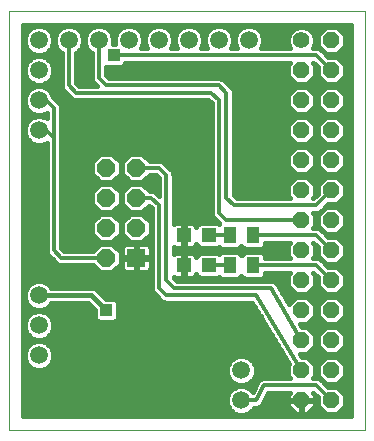
<source format=gtl>
G75*
%MOIN*%
%OFA0B0*%
%FSLAX24Y24*%
%IPPOS*%
%LPD*%
%AMOC8*
5,1,8,0,0,1.08239X$1,22.5*
%
%ADD10C,0.0000*%
%ADD11R,0.0472X0.0472*%
%ADD12R,0.0600X0.0600*%
%ADD13OC8,0.0600*%
%ADD14R,0.0433X0.0551*%
%ADD15C,0.0560*%
%ADD16OC8,0.0560*%
%ADD17C,0.0160*%
%ADD18C,0.0591*%
%ADD19C,0.0120*%
%ADD20R,0.0396X0.0396*%
D10*
X000930Y000680D02*
X000930Y014676D01*
X012800Y014676D01*
X012800Y000680D01*
X000930Y000680D01*
D11*
X006767Y006180D03*
X007593Y006180D03*
X007593Y007180D03*
X006767Y007180D03*
D12*
X005180Y006430D03*
D13*
X005180Y007430D03*
X005180Y008430D03*
X005180Y009430D03*
X004180Y009430D03*
X004180Y008430D03*
X004180Y007430D03*
X004180Y006430D03*
D14*
X008286Y006180D03*
X009074Y006180D03*
X009074Y007180D03*
X008286Y007180D03*
D15*
X010680Y013680D03*
D16*
X010680Y012680D03*
X010680Y011680D03*
X010680Y010680D03*
X010680Y009680D03*
X010680Y008680D03*
X010680Y007680D03*
X010680Y006680D03*
X010680Y005680D03*
X010680Y004680D03*
X010680Y003680D03*
X010680Y002680D03*
X010680Y001680D03*
X011680Y001680D03*
X011680Y002680D03*
X011680Y003680D03*
X011680Y004680D03*
X011680Y005680D03*
X011680Y006680D03*
X011680Y007680D03*
X011680Y008680D03*
X011680Y009680D03*
X011680Y010680D03*
X011680Y011680D03*
X011680Y012680D03*
X011680Y013680D03*
D17*
X011343Y013994D02*
X011017Y013994D01*
X011070Y013941D02*
X010941Y014070D01*
X010771Y014140D01*
X010588Y014140D01*
X010419Y014070D01*
X010290Y013941D01*
X010220Y013771D01*
X010220Y013588D01*
X010290Y013420D01*
X009337Y013420D01*
X009405Y013585D01*
X009405Y013775D01*
X009333Y013949D01*
X009199Y014083D01*
X009025Y014155D01*
X008835Y014155D01*
X008661Y014083D01*
X008527Y013949D01*
X008455Y013775D01*
X008455Y013585D01*
X008523Y013420D01*
X008337Y013420D01*
X008405Y013585D01*
X008405Y013775D01*
X008333Y013949D01*
X008199Y014083D01*
X008025Y014155D01*
X007835Y014155D01*
X007661Y014083D01*
X007527Y013949D01*
X007455Y013775D01*
X007455Y013585D01*
X007523Y013420D01*
X007337Y013420D01*
X007405Y013585D01*
X007405Y013775D01*
X007333Y013949D01*
X007199Y014083D01*
X007025Y014155D01*
X006835Y014155D01*
X006661Y014083D01*
X006527Y013949D01*
X006455Y013775D01*
X006455Y013585D01*
X006523Y013420D01*
X006337Y013420D01*
X006405Y013585D01*
X006405Y013775D01*
X006333Y013949D01*
X006199Y014083D01*
X006025Y014155D01*
X005835Y014155D01*
X005661Y014083D01*
X005527Y013949D01*
X005455Y013775D01*
X005455Y013585D01*
X005523Y013420D01*
X005337Y013420D01*
X005405Y013585D01*
X005405Y013775D01*
X005333Y013949D01*
X005199Y014083D01*
X005025Y014155D01*
X004835Y014155D01*
X004661Y014083D01*
X004527Y013949D01*
X004455Y013775D01*
X004455Y013585D01*
X004466Y013558D01*
X004394Y013558D01*
X004405Y013585D01*
X004405Y013775D01*
X004333Y013949D01*
X004199Y014083D01*
X004025Y014155D01*
X003835Y014155D01*
X003661Y014083D01*
X003527Y013949D01*
X003455Y013775D01*
X003455Y013585D01*
X003527Y013411D01*
X003661Y013277D01*
X003690Y013265D01*
X003690Y012382D01*
X003727Y012294D01*
X003794Y012227D01*
X003851Y012170D01*
X003279Y012170D01*
X003170Y012279D01*
X003170Y013265D01*
X003199Y013277D01*
X003333Y013411D01*
X003405Y013585D01*
X003405Y013775D01*
X003333Y013949D01*
X003199Y014083D01*
X003025Y014155D01*
X002835Y014155D01*
X002661Y014083D01*
X002527Y013949D01*
X002455Y013775D01*
X002455Y013585D01*
X002527Y013411D01*
X002661Y013277D01*
X002690Y013265D01*
X002690Y012132D01*
X002727Y012044D01*
X002794Y011977D01*
X003044Y011727D01*
X003132Y011690D01*
X007581Y011690D01*
X007690Y011581D01*
X007690Y007882D01*
X007727Y007794D01*
X007794Y007727D01*
X007940Y007580D01*
X007930Y007570D01*
X007904Y007596D01*
X007283Y007596D01*
X007177Y007491D01*
X007177Y007461D01*
X007171Y007486D01*
X007147Y007527D01*
X007113Y007560D01*
X007072Y007584D01*
X007027Y007596D01*
X006805Y007596D01*
X006805Y007218D01*
X006729Y007218D01*
X006729Y007596D01*
X006507Y007596D01*
X006461Y007584D01*
X006420Y007560D01*
X006420Y009228D01*
X006383Y009316D01*
X006133Y009566D01*
X006066Y009633D01*
X005978Y009670D01*
X005619Y009670D01*
X005379Y009910D01*
X004981Y009910D01*
X004700Y009629D01*
X004700Y009231D01*
X004981Y008950D01*
X005379Y008950D01*
X005619Y009190D01*
X005831Y009190D01*
X005940Y009081D01*
X005940Y008509D01*
X005816Y008633D01*
X005728Y008670D01*
X005619Y008670D01*
X005379Y008910D01*
X004981Y008910D01*
X004700Y008629D01*
X004700Y008231D01*
X004981Y007950D01*
X005379Y007950D01*
X005600Y008171D01*
X005690Y008081D01*
X005690Y005382D01*
X005727Y005294D01*
X005977Y005044D01*
X006044Y004977D01*
X006132Y004940D01*
X009044Y004940D01*
X010261Y002912D01*
X010220Y002871D01*
X010220Y002489D01*
X010289Y002420D01*
X009439Y002420D01*
X009399Y002423D01*
X009391Y002420D01*
X009382Y002420D01*
X009346Y002405D01*
X009309Y002393D01*
X009302Y002387D01*
X009294Y002383D01*
X009266Y002356D01*
X009237Y002330D01*
X009233Y002322D01*
X009227Y002316D01*
X009212Y002280D01*
X009058Y001974D01*
X008949Y002083D01*
X008775Y002155D01*
X008585Y002155D01*
X008411Y002083D01*
X008277Y001949D01*
X008205Y001775D01*
X008205Y001585D01*
X008277Y001411D01*
X008411Y001277D01*
X008585Y001205D01*
X008775Y001205D01*
X008949Y001277D01*
X009083Y001411D01*
X009095Y001440D01*
X009171Y001440D01*
X009211Y001437D01*
X009219Y001440D01*
X009228Y001440D01*
X009264Y001455D01*
X009301Y001467D01*
X009308Y001473D01*
X009316Y001477D01*
X009344Y001504D01*
X009373Y001530D01*
X009377Y001538D01*
X009383Y001544D01*
X009398Y001580D01*
X009578Y001940D01*
X010289Y001940D01*
X010220Y001871D01*
X010220Y001690D01*
X010670Y001690D01*
X010670Y001670D01*
X010220Y001670D01*
X010220Y001489D01*
X010489Y001220D01*
X010670Y001220D01*
X010670Y001670D01*
X010690Y001670D01*
X010690Y001690D01*
X011140Y001690D01*
X011140Y001871D01*
X011071Y001940D01*
X011081Y001940D01*
X011220Y001801D01*
X011220Y001489D01*
X011489Y001220D01*
X011871Y001220D01*
X012140Y001489D01*
X012140Y001871D01*
X011871Y002140D01*
X011559Y002140D01*
X011383Y002316D01*
X011316Y002383D01*
X011228Y002420D01*
X011071Y002420D01*
X011140Y002489D01*
X011140Y002871D01*
X010871Y003140D01*
X010684Y003140D01*
X010636Y003220D01*
X010871Y003220D01*
X011140Y003489D01*
X011140Y003871D01*
X010871Y004140D01*
X010694Y004140D01*
X010648Y004220D01*
X010871Y004220D01*
X011140Y004489D01*
X011140Y004871D01*
X010871Y005140D01*
X010489Y005140D01*
X010256Y004906D01*
X009896Y005536D01*
X009883Y005566D01*
X009872Y005577D01*
X009865Y005591D01*
X009839Y005610D01*
X009816Y005633D01*
X009802Y005639D01*
X009789Y005649D01*
X009758Y005658D01*
X009728Y005670D01*
X009712Y005670D01*
X009697Y005674D01*
X009665Y005670D01*
X006529Y005670D01*
X006420Y005779D01*
X006420Y005800D01*
X006461Y005776D01*
X006507Y005764D01*
X006729Y005764D01*
X006729Y006142D01*
X006805Y006142D01*
X006805Y005764D01*
X007027Y005764D01*
X007072Y005776D01*
X007113Y005800D01*
X007147Y005833D01*
X007171Y005874D01*
X007177Y005899D01*
X007177Y005869D01*
X007283Y005764D01*
X007904Y005764D01*
X007930Y005790D01*
X007995Y005724D01*
X008577Y005724D01*
X008680Y005827D01*
X008783Y005724D01*
X009365Y005724D01*
X009470Y005830D01*
X009470Y005940D01*
X010289Y005940D01*
X010220Y005871D01*
X010220Y005489D01*
X010489Y005220D01*
X010871Y005220D01*
X011140Y005489D01*
X011140Y005871D01*
X011071Y005940D01*
X011081Y005940D01*
X011220Y005801D01*
X011220Y005489D01*
X011489Y005220D01*
X011871Y005220D01*
X012140Y005489D01*
X012140Y005871D01*
X011871Y006140D01*
X011559Y006140D01*
X011383Y006316D01*
X011316Y006383D01*
X011228Y006420D01*
X011071Y006420D01*
X011140Y006489D01*
X011140Y006871D01*
X011071Y006940D01*
X011081Y006940D01*
X011220Y006801D01*
X011220Y006489D01*
X011489Y006220D01*
X011871Y006220D01*
X012140Y006489D01*
X012140Y006871D01*
X011871Y007140D01*
X011559Y007140D01*
X011383Y007316D01*
X011316Y007383D01*
X011228Y007420D01*
X011071Y007420D01*
X011140Y007489D01*
X011140Y007871D01*
X011071Y007940D01*
X011228Y007940D01*
X011316Y007977D01*
X011383Y008044D01*
X011559Y008220D01*
X011871Y008220D01*
X012140Y008489D01*
X012140Y008871D01*
X011871Y009140D01*
X011489Y009140D01*
X011220Y008871D01*
X011220Y008559D01*
X011081Y008420D01*
X011071Y008420D01*
X011140Y008489D01*
X011140Y008871D01*
X010871Y009140D01*
X010489Y009140D01*
X010220Y008871D01*
X010220Y008489D01*
X010289Y008420D01*
X008529Y008420D01*
X008420Y008529D01*
X008420Y011978D01*
X008383Y012066D01*
X008133Y012316D01*
X008066Y012383D01*
X007978Y012420D01*
X004279Y012420D01*
X004170Y012529D01*
X004170Y012802D01*
X004703Y012802D01*
X004808Y012907D01*
X004808Y012940D01*
X010289Y012940D01*
X010220Y012871D01*
X010220Y012489D01*
X010489Y012220D01*
X010871Y012220D01*
X011140Y012489D01*
X011140Y012871D01*
X011071Y012940D01*
X011081Y012940D01*
X011220Y012801D01*
X011220Y012489D01*
X011489Y012220D01*
X011871Y012220D01*
X012140Y012489D01*
X012140Y012871D01*
X011871Y013140D01*
X011559Y013140D01*
X011383Y013316D01*
X011316Y013383D01*
X011228Y013420D01*
X011070Y013420D01*
X011140Y013588D01*
X011140Y013771D01*
X011070Y013941D01*
X011113Y013836D02*
X011220Y013836D01*
X011220Y013871D02*
X011220Y013489D01*
X011489Y013220D01*
X011871Y013220D01*
X012140Y013489D01*
X012140Y013871D01*
X011871Y014140D01*
X011489Y014140D01*
X011220Y013871D01*
X011220Y013677D02*
X011140Y013677D01*
X011111Y013519D02*
X011220Y013519D01*
X011339Y013360D02*
X011349Y013360D01*
X011498Y013202D02*
X012320Y013202D01*
X012320Y013360D02*
X012011Y013360D01*
X012140Y013519D02*
X012320Y013519D01*
X012320Y013677D02*
X012140Y013677D01*
X012140Y013836D02*
X012320Y013836D01*
X012320Y013994D02*
X012017Y013994D01*
X012320Y014153D02*
X009031Y014153D01*
X008829Y014153D02*
X008031Y014153D01*
X008288Y013994D02*
X008572Y013994D01*
X008480Y013836D02*
X008380Y013836D01*
X008405Y013677D02*
X008455Y013677D01*
X008482Y013519D02*
X008378Y013519D01*
X007829Y014153D02*
X007031Y014153D01*
X006829Y014153D02*
X006031Y014153D01*
X005829Y014153D02*
X005031Y014153D01*
X004829Y014153D02*
X004031Y014153D01*
X003829Y014153D02*
X003031Y014153D01*
X002829Y014153D02*
X002031Y014153D01*
X002025Y014155D02*
X001835Y014155D01*
X001661Y014083D01*
X001527Y013949D01*
X001455Y013775D01*
X001455Y013585D01*
X001527Y013411D01*
X001661Y013277D01*
X001835Y013205D01*
X002025Y013205D01*
X002199Y013277D01*
X002333Y013411D01*
X002405Y013585D01*
X002405Y013775D01*
X002333Y013949D01*
X002199Y014083D01*
X002025Y014155D01*
X001829Y014153D02*
X001410Y014153D01*
X001410Y014196D02*
X012320Y014196D01*
X012320Y001160D01*
X001410Y001160D01*
X001410Y014196D01*
X001410Y013994D02*
X001572Y013994D01*
X001480Y013836D02*
X001410Y013836D01*
X001410Y013677D02*
X001455Y013677D01*
X001482Y013519D02*
X001410Y013519D01*
X001410Y013360D02*
X001578Y013360D01*
X001410Y013202D02*
X002690Y013202D01*
X002690Y013043D02*
X002239Y013043D01*
X002199Y013083D02*
X002025Y013155D01*
X001835Y013155D01*
X001661Y013083D01*
X001527Y012949D01*
X001455Y012775D01*
X001455Y012585D01*
X001527Y012411D01*
X001661Y012277D01*
X001835Y012205D01*
X002025Y012205D01*
X002199Y012277D01*
X002333Y012411D01*
X002405Y012585D01*
X002405Y012775D01*
X002333Y012949D01*
X002199Y013083D01*
X002282Y013360D02*
X002578Y013360D01*
X002482Y013519D02*
X002378Y013519D01*
X002405Y013677D02*
X002455Y013677D01*
X002480Y013836D02*
X002380Y013836D01*
X002288Y013994D02*
X002572Y013994D01*
X003288Y013994D02*
X003572Y013994D01*
X003480Y013836D02*
X003380Y013836D01*
X003405Y013677D02*
X003455Y013677D01*
X003482Y013519D02*
X003378Y013519D01*
X003282Y013360D02*
X003578Y013360D01*
X003690Y013202D02*
X003170Y013202D01*
X003170Y013043D02*
X003690Y013043D01*
X003690Y012885D02*
X003170Y012885D01*
X003170Y012726D02*
X003690Y012726D01*
X003690Y012568D02*
X003170Y012568D01*
X003170Y012409D02*
X003690Y012409D01*
X003770Y012251D02*
X003199Y012251D01*
X002837Y011934D02*
X002339Y011934D01*
X002333Y011949D02*
X002199Y012083D01*
X002025Y012155D01*
X001835Y012155D01*
X001661Y012083D01*
X001527Y011949D01*
X001455Y011775D01*
X001410Y011775D01*
X001455Y011775D02*
X001455Y011585D01*
X001527Y011411D01*
X001661Y011277D01*
X001835Y011205D01*
X002025Y011205D01*
X002190Y011273D01*
X002190Y011087D01*
X002025Y011155D01*
X001835Y011155D01*
X001661Y011083D01*
X001527Y010949D01*
X001455Y010775D01*
X001455Y010585D01*
X001527Y010411D01*
X001661Y010277D01*
X001835Y010205D01*
X002025Y010205D01*
X002190Y010273D01*
X002190Y006632D01*
X002227Y006544D01*
X002294Y006477D01*
X002544Y006227D01*
X002632Y006190D01*
X003741Y006190D01*
X003981Y005950D01*
X004379Y005950D01*
X004660Y006231D01*
X004660Y006629D01*
X004379Y006910D01*
X003981Y006910D01*
X003741Y006670D01*
X002779Y006670D01*
X002670Y006779D01*
X002670Y011478D01*
X002633Y011566D01*
X002391Y011808D01*
X002333Y011949D01*
X002424Y011775D02*
X002996Y011775D01*
X002707Y012092D02*
X002177Y012092D01*
X002135Y012251D02*
X002690Y012251D01*
X002690Y012409D02*
X002331Y012409D01*
X002398Y012568D02*
X002690Y012568D01*
X002690Y012726D02*
X002405Y012726D01*
X002360Y012885D02*
X002690Y012885D01*
X001725Y012251D02*
X001410Y012251D01*
X001410Y012409D02*
X001529Y012409D01*
X001462Y012568D02*
X001410Y012568D01*
X001410Y012726D02*
X001455Y012726D01*
X001410Y012885D02*
X001500Y012885D01*
X001410Y013043D02*
X001621Y013043D01*
X001683Y012092D02*
X001410Y012092D01*
X001410Y011934D02*
X001521Y011934D01*
X001455Y011617D02*
X001410Y011617D01*
X001410Y011458D02*
X001508Y011458D01*
X001410Y011300D02*
X001638Y011300D01*
X001801Y011141D02*
X001410Y011141D01*
X001410Y010983D02*
X001560Y010983D01*
X001475Y010824D02*
X001410Y010824D01*
X001410Y010666D02*
X001455Y010666D01*
X001487Y010507D02*
X001410Y010507D01*
X001410Y010349D02*
X001589Y010349D01*
X001410Y010190D02*
X002190Y010190D01*
X002190Y010032D02*
X001410Y010032D01*
X001410Y009873D02*
X002190Y009873D01*
X002190Y009715D02*
X001410Y009715D01*
X001410Y009556D02*
X002190Y009556D01*
X002190Y009398D02*
X001410Y009398D01*
X001410Y009239D02*
X002190Y009239D01*
X002190Y009081D02*
X001410Y009081D01*
X001410Y008922D02*
X002190Y008922D01*
X002190Y008764D02*
X001410Y008764D01*
X001410Y008605D02*
X002190Y008605D01*
X002190Y008447D02*
X001410Y008447D01*
X001410Y008288D02*
X002190Y008288D01*
X002190Y008130D02*
X001410Y008130D01*
X001410Y007971D02*
X002190Y007971D01*
X002190Y007813D02*
X001410Y007813D01*
X001410Y007654D02*
X002190Y007654D01*
X002190Y007496D02*
X001410Y007496D01*
X001410Y007337D02*
X002190Y007337D01*
X002190Y007179D02*
X001410Y007179D01*
X001410Y007020D02*
X002190Y007020D01*
X002190Y006862D02*
X001410Y006862D01*
X001410Y006703D02*
X002190Y006703D01*
X002226Y006545D02*
X001410Y006545D01*
X001410Y006386D02*
X002385Y006386D01*
X002543Y006228D02*
X001410Y006228D01*
X001410Y006069D02*
X003862Y006069D01*
X003774Y006703D02*
X002746Y006703D01*
X002670Y006862D02*
X003933Y006862D01*
X003981Y006950D02*
X004379Y006950D01*
X004660Y007231D01*
X004660Y007629D01*
X004379Y007910D01*
X003981Y007910D01*
X003700Y007629D01*
X003700Y007231D01*
X003981Y006950D01*
X003911Y007020D02*
X002670Y007020D01*
X002670Y007179D02*
X003753Y007179D01*
X003700Y007337D02*
X002670Y007337D01*
X002670Y007496D02*
X003700Y007496D01*
X003725Y007654D02*
X002670Y007654D01*
X002670Y007813D02*
X003884Y007813D01*
X003981Y007950D02*
X004379Y007950D01*
X004660Y008231D01*
X004660Y008629D01*
X004379Y008910D01*
X003981Y008910D01*
X003700Y008629D01*
X003700Y008231D01*
X003981Y007950D01*
X003960Y007971D02*
X002670Y007971D01*
X002670Y008130D02*
X003802Y008130D01*
X003700Y008288D02*
X002670Y008288D01*
X002670Y008447D02*
X003700Y008447D01*
X003700Y008605D02*
X002670Y008605D01*
X002670Y008764D02*
X003835Y008764D01*
X003981Y008950D02*
X004379Y008950D01*
X004660Y009231D01*
X004660Y009629D01*
X004379Y009910D01*
X003981Y009910D01*
X003700Y009629D01*
X003700Y009231D01*
X003981Y008950D01*
X003851Y009081D02*
X002670Y009081D01*
X002670Y009239D02*
X003700Y009239D01*
X003700Y009398D02*
X002670Y009398D01*
X002670Y009556D02*
X003700Y009556D01*
X003786Y009715D02*
X002670Y009715D01*
X002670Y009873D02*
X003944Y009873D01*
X004416Y009873D02*
X004944Y009873D01*
X004786Y009715D02*
X004574Y009715D01*
X004660Y009556D02*
X004700Y009556D01*
X004700Y009398D02*
X004660Y009398D01*
X004660Y009239D02*
X004700Y009239D01*
X004851Y009081D02*
X004509Y009081D01*
X004525Y008764D02*
X004835Y008764D01*
X004700Y008605D02*
X004660Y008605D01*
X004660Y008447D02*
X004700Y008447D01*
X004700Y008288D02*
X004660Y008288D01*
X004558Y008130D02*
X004802Y008130D01*
X004960Y007971D02*
X004400Y007971D01*
X004476Y007813D02*
X004884Y007813D01*
X004981Y007910D02*
X004700Y007629D01*
X004700Y007231D01*
X004981Y006950D01*
X005379Y006950D01*
X005660Y007231D01*
X005660Y007629D01*
X005379Y007910D01*
X004981Y007910D01*
X004725Y007654D02*
X004635Y007654D01*
X004660Y007496D02*
X004700Y007496D01*
X004700Y007337D02*
X004660Y007337D01*
X004607Y007179D02*
X004753Y007179D01*
X004911Y007020D02*
X004449Y007020D01*
X004427Y006862D02*
X004757Y006862D01*
X004769Y006874D02*
X004736Y006841D01*
X004712Y006799D01*
X004700Y006754D01*
X004700Y006450D01*
X005160Y006450D01*
X005160Y006910D01*
X004856Y006910D01*
X004811Y006898D01*
X004769Y006874D01*
X004700Y006703D02*
X004586Y006703D01*
X004660Y006545D02*
X004700Y006545D01*
X004700Y006410D02*
X004700Y006106D01*
X004712Y006061D01*
X004736Y006019D01*
X004769Y005986D01*
X004811Y005962D01*
X004856Y005950D01*
X005160Y005950D01*
X005160Y006410D01*
X005200Y006410D01*
X005200Y006450D01*
X005160Y006450D01*
X005160Y006410D01*
X004700Y006410D01*
X004700Y006386D02*
X004660Y006386D01*
X004656Y006228D02*
X004700Y006228D01*
X004710Y006069D02*
X004498Y006069D01*
X005160Y006069D02*
X005200Y006069D01*
X005200Y005950D02*
X005504Y005950D01*
X005549Y005962D01*
X005591Y005986D01*
X005624Y006019D01*
X005648Y006061D01*
X005660Y006106D01*
X005660Y006410D01*
X005200Y006410D01*
X005200Y005950D01*
X005200Y006228D02*
X005160Y006228D01*
X005160Y006386D02*
X005200Y006386D01*
X005200Y006450D02*
X005660Y006450D01*
X005660Y006754D01*
X005648Y006799D01*
X005624Y006841D01*
X005591Y006874D01*
X005549Y006898D01*
X005504Y006910D01*
X005200Y006910D01*
X005200Y006450D01*
X005200Y006545D02*
X005160Y006545D01*
X005160Y006703D02*
X005200Y006703D01*
X005200Y006862D02*
X005160Y006862D01*
X005449Y007020D02*
X005690Y007020D01*
X005690Y006862D02*
X005603Y006862D01*
X005660Y006703D02*
X005690Y006703D01*
X005690Y006545D02*
X005660Y006545D01*
X005660Y006386D02*
X005690Y006386D01*
X005690Y006228D02*
X005660Y006228D01*
X005650Y006069D02*
X005690Y006069D01*
X005690Y005911D02*
X001410Y005911D01*
X001410Y005752D02*
X005690Y005752D01*
X005690Y005594D02*
X002174Y005594D01*
X002199Y005583D02*
X002025Y005655D01*
X001835Y005655D01*
X001661Y005583D01*
X001527Y005449D01*
X001455Y005275D01*
X001455Y005085D01*
X001527Y004911D01*
X001661Y004777D01*
X001835Y004705D01*
X002025Y004705D01*
X002199Y004777D01*
X002333Y004911D01*
X002337Y004920D01*
X003572Y004920D01*
X003802Y004690D01*
X003802Y004407D01*
X003907Y004302D01*
X004453Y004302D01*
X004558Y004407D01*
X004558Y004953D01*
X004453Y005058D01*
X004170Y005058D01*
X003900Y005327D01*
X003827Y005400D01*
X003732Y005440D01*
X002337Y005440D01*
X002333Y005449D01*
X002199Y005583D01*
X001930Y005180D02*
X003680Y005180D01*
X004180Y004680D01*
X004476Y004326D02*
X009413Y004326D01*
X009318Y004484D02*
X004558Y004484D01*
X004558Y004643D02*
X009223Y004643D01*
X009128Y004801D02*
X004558Y004801D01*
X004551Y004960D02*
X006085Y004960D01*
X005903Y005118D02*
X004110Y005118D01*
X003951Y005277D02*
X005744Y005277D01*
X005690Y005435D02*
X003744Y005435D01*
X003691Y004801D02*
X002223Y004801D01*
X002055Y004643D02*
X003802Y004643D01*
X003802Y004484D02*
X002298Y004484D01*
X002333Y004449D02*
X002199Y004583D01*
X002025Y004655D01*
X001835Y004655D01*
X001661Y004583D01*
X001527Y004449D01*
X001455Y004275D01*
X001455Y004085D01*
X001527Y003911D01*
X001661Y003777D01*
X001835Y003705D01*
X002025Y003705D01*
X002199Y003777D01*
X002333Y003911D01*
X002405Y004085D01*
X002405Y004275D01*
X002333Y004449D01*
X002384Y004326D02*
X003884Y004326D01*
X002405Y004167D02*
X009508Y004167D01*
X009603Y004009D02*
X002373Y004009D01*
X002272Y003850D02*
X009698Y003850D01*
X009793Y003692D02*
X001410Y003692D01*
X001410Y003850D02*
X001588Y003850D01*
X001487Y004009D02*
X001410Y004009D01*
X001410Y004167D02*
X001455Y004167D01*
X001476Y004326D02*
X001410Y004326D01*
X001410Y004484D02*
X001562Y004484D01*
X001410Y004643D02*
X001805Y004643D01*
X001637Y004801D02*
X001410Y004801D01*
X001410Y004960D02*
X001507Y004960D01*
X001455Y005118D02*
X001410Y005118D01*
X001410Y005277D02*
X001456Y005277D01*
X001410Y005435D02*
X001521Y005435D01*
X001410Y005594D02*
X001686Y005594D01*
X001835Y003655D02*
X001661Y003583D01*
X001527Y003449D01*
X001455Y003275D01*
X001455Y003085D01*
X001527Y002911D01*
X001661Y002777D01*
X001835Y002705D01*
X002025Y002705D01*
X002199Y002777D01*
X002333Y002911D01*
X002405Y003085D01*
X002405Y003275D01*
X002333Y003449D01*
X002199Y003583D01*
X002025Y003655D01*
X001835Y003655D01*
X001611Y003533D02*
X001410Y003533D01*
X001410Y003375D02*
X001496Y003375D01*
X001455Y003216D02*
X001410Y003216D01*
X001410Y003058D02*
X001466Y003058D01*
X001410Y002899D02*
X001539Y002899D01*
X001410Y002741D02*
X001749Y002741D01*
X001410Y002582D02*
X008206Y002582D01*
X008205Y002585D02*
X008277Y002411D01*
X008411Y002277D01*
X008585Y002205D01*
X008775Y002205D01*
X008949Y002277D01*
X009083Y002411D01*
X009155Y002585D01*
X009155Y002775D01*
X009083Y002949D01*
X008949Y003083D01*
X008775Y003155D01*
X008585Y003155D01*
X008411Y003083D01*
X008277Y002949D01*
X008205Y002775D01*
X008205Y002585D01*
X008205Y002741D02*
X002111Y002741D01*
X002321Y002899D02*
X008256Y002899D01*
X008385Y003058D02*
X002394Y003058D01*
X002405Y003216D02*
X010079Y003216D01*
X010174Y003058D02*
X008975Y003058D01*
X009104Y002899D02*
X010248Y002899D01*
X010220Y002741D02*
X009155Y002741D01*
X009154Y002582D02*
X010220Y002582D01*
X010286Y002424D02*
X009088Y002424D01*
X009204Y002265D02*
X008920Y002265D01*
X008892Y002107D02*
X009125Y002107D01*
X009503Y001790D02*
X010220Y001790D01*
X010220Y001631D02*
X009424Y001631D01*
X009307Y001473D02*
X010237Y001473D01*
X010395Y001314D02*
X008986Y001314D01*
X008374Y001314D02*
X001410Y001314D01*
X001410Y001473D02*
X008252Y001473D01*
X008205Y001631D02*
X001410Y001631D01*
X001410Y001790D02*
X008211Y001790D01*
X008277Y001948D02*
X001410Y001948D01*
X001410Y002107D02*
X008468Y002107D01*
X008440Y002265D02*
X001410Y002265D01*
X001410Y002424D02*
X008272Y002424D01*
X009888Y003533D02*
X002249Y003533D01*
X002364Y003375D02*
X009983Y003375D01*
X010638Y003216D02*
X012320Y003216D01*
X012320Y003058D02*
X011953Y003058D01*
X011871Y003140D02*
X011489Y003140D01*
X011220Y002871D01*
X011220Y002489D01*
X011489Y002220D01*
X011871Y002220D01*
X012140Y002489D01*
X012140Y002871D01*
X011871Y003140D01*
X011871Y003220D02*
X012140Y003489D01*
X012140Y003871D01*
X011871Y004140D01*
X011489Y004140D01*
X011220Y003871D01*
X011220Y003489D01*
X011489Y003220D01*
X011871Y003220D01*
X012025Y003375D02*
X012320Y003375D01*
X012320Y003533D02*
X012140Y003533D01*
X012140Y003692D02*
X012320Y003692D01*
X012320Y003850D02*
X012140Y003850D01*
X012002Y004009D02*
X012320Y004009D01*
X012320Y004167D02*
X010678Y004167D01*
X010976Y004326D02*
X011384Y004326D01*
X011489Y004220D02*
X011220Y004489D01*
X011220Y004871D01*
X011489Y005140D01*
X011871Y005140D01*
X012140Y004871D01*
X012140Y004489D01*
X011871Y004220D01*
X011489Y004220D01*
X011358Y004009D02*
X011002Y004009D01*
X011140Y003850D02*
X011220Y003850D01*
X011220Y003692D02*
X011140Y003692D01*
X011140Y003533D02*
X011220Y003533D01*
X011335Y003375D02*
X011025Y003375D01*
X010953Y003058D02*
X011407Y003058D01*
X011248Y002899D02*
X011112Y002899D01*
X011140Y002741D02*
X011220Y002741D01*
X011220Y002582D02*
X011140Y002582D01*
X011074Y002424D02*
X011286Y002424D01*
X011434Y002265D02*
X011444Y002265D01*
X011916Y002265D02*
X012320Y002265D01*
X012320Y002107D02*
X011904Y002107D01*
X012063Y001948D02*
X012320Y001948D01*
X012320Y001790D02*
X012140Y001790D01*
X012140Y001631D02*
X012320Y001631D01*
X012320Y001473D02*
X012123Y001473D01*
X011965Y001314D02*
X012320Y001314D01*
X011395Y001314D02*
X010965Y001314D01*
X010871Y001220D02*
X011140Y001489D01*
X011140Y001670D01*
X010690Y001670D01*
X010690Y001220D01*
X010871Y001220D01*
X010690Y001314D02*
X010670Y001314D01*
X010670Y001473D02*
X010690Y001473D01*
X010690Y001631D02*
X010670Y001631D01*
X011140Y001631D02*
X011220Y001631D01*
X011220Y001790D02*
X011140Y001790D01*
X011123Y001473D02*
X011237Y001473D01*
X012074Y002424D02*
X012320Y002424D01*
X012320Y002582D02*
X012140Y002582D01*
X012140Y002741D02*
X012320Y002741D01*
X012320Y002899D02*
X012112Y002899D01*
X011976Y004326D02*
X012320Y004326D01*
X012320Y004484D02*
X012135Y004484D01*
X012140Y004643D02*
X012320Y004643D01*
X012320Y004801D02*
X012140Y004801D01*
X012051Y004960D02*
X012320Y004960D01*
X012320Y005118D02*
X011893Y005118D01*
X011927Y005277D02*
X012320Y005277D01*
X012320Y005435D02*
X012086Y005435D01*
X012140Y005594D02*
X012320Y005594D01*
X012320Y005752D02*
X012140Y005752D01*
X012100Y005911D02*
X012320Y005911D01*
X012320Y006069D02*
X011942Y006069D01*
X011878Y006228D02*
X012320Y006228D01*
X012320Y006386D02*
X012037Y006386D01*
X012140Y006545D02*
X012320Y006545D01*
X012320Y006703D02*
X012140Y006703D01*
X012140Y006862D02*
X012320Y006862D01*
X012320Y007020D02*
X011991Y007020D01*
X011871Y007220D02*
X012140Y007489D01*
X012140Y007871D01*
X011871Y008140D01*
X011489Y008140D01*
X011220Y007871D01*
X011220Y007489D01*
X011489Y007220D01*
X011871Y007220D01*
X011988Y007337D02*
X012320Y007337D01*
X012320Y007179D02*
X011521Y007179D01*
X011372Y007337D02*
X011362Y007337D01*
X011220Y007496D02*
X011140Y007496D01*
X011140Y007654D02*
X011220Y007654D01*
X011220Y007813D02*
X011140Y007813D01*
X011303Y007971D02*
X011320Y007971D01*
X011469Y008130D02*
X011479Y008130D01*
X011881Y008130D02*
X012320Y008130D01*
X012320Y008288D02*
X011939Y008288D01*
X012097Y008447D02*
X012320Y008447D01*
X012320Y008605D02*
X012140Y008605D01*
X012140Y008764D02*
X012320Y008764D01*
X012320Y008922D02*
X012089Y008922D01*
X011930Y009081D02*
X012320Y009081D01*
X012320Y009239D02*
X011890Y009239D01*
X011871Y009220D02*
X012140Y009489D01*
X012140Y009871D01*
X011871Y010140D01*
X011489Y010140D01*
X011220Y009871D01*
X011220Y009489D01*
X011489Y009220D01*
X011871Y009220D01*
X012048Y009398D02*
X012320Y009398D01*
X012320Y009556D02*
X012140Y009556D01*
X012140Y009715D02*
X012320Y009715D01*
X012320Y009873D02*
X012138Y009873D01*
X011979Y010032D02*
X012320Y010032D01*
X012320Y010190D02*
X008420Y010190D01*
X008420Y010032D02*
X010381Y010032D01*
X010489Y010140D02*
X010220Y009871D01*
X010220Y009489D01*
X010489Y009220D01*
X010871Y009220D01*
X011140Y009489D01*
X011140Y009871D01*
X010871Y010140D01*
X010489Y010140D01*
X010489Y010220D02*
X010871Y010220D01*
X011140Y010489D01*
X011140Y010871D01*
X010871Y011140D01*
X010489Y011140D01*
X010220Y010871D01*
X010220Y010489D01*
X010489Y010220D01*
X010361Y010349D02*
X008420Y010349D01*
X008420Y010507D02*
X010220Y010507D01*
X010220Y010666D02*
X008420Y010666D01*
X008420Y010824D02*
X010220Y010824D01*
X010332Y010983D02*
X008420Y010983D01*
X008420Y011141D02*
X012320Y011141D01*
X012320Y010983D02*
X012028Y010983D01*
X012140Y010871D02*
X011871Y011140D01*
X011489Y011140D01*
X011220Y010871D01*
X011220Y010489D01*
X011489Y010220D01*
X011871Y010220D01*
X012140Y010489D01*
X012140Y010871D01*
X012140Y010824D02*
X012320Y010824D01*
X012320Y010666D02*
X012140Y010666D01*
X012140Y010507D02*
X012320Y010507D01*
X012320Y010349D02*
X011999Y010349D01*
X011361Y010349D02*
X010999Y010349D01*
X011140Y010507D02*
X011220Y010507D01*
X011220Y010666D02*
X011140Y010666D01*
X011140Y010824D02*
X011220Y010824D01*
X011332Y010983D02*
X011028Y010983D01*
X010871Y011220D02*
X011140Y011489D01*
X011140Y011871D01*
X010871Y012140D01*
X010489Y012140D01*
X010220Y011871D01*
X010220Y011489D01*
X010489Y011220D01*
X010871Y011220D01*
X010950Y011300D02*
X011410Y011300D01*
X011489Y011220D02*
X011220Y011489D01*
X011220Y011871D01*
X011489Y012140D01*
X011871Y012140D01*
X012140Y011871D01*
X012140Y011489D01*
X011871Y011220D01*
X011489Y011220D01*
X011251Y011458D02*
X011109Y011458D01*
X011140Y011617D02*
X011220Y011617D01*
X011220Y011775D02*
X011140Y011775D01*
X011077Y011934D02*
X011283Y011934D01*
X011441Y012092D02*
X010919Y012092D01*
X010901Y012251D02*
X011459Y012251D01*
X011300Y012409D02*
X011060Y012409D01*
X011140Y012568D02*
X011220Y012568D01*
X011220Y012726D02*
X011140Y012726D01*
X011126Y012885D02*
X011136Y012885D01*
X010459Y012251D02*
X008199Y012251D01*
X008357Y012092D02*
X010441Y012092D01*
X010283Y011934D02*
X008420Y011934D01*
X008420Y011775D02*
X010220Y011775D01*
X010220Y011617D02*
X008420Y011617D01*
X008420Y011458D02*
X010251Y011458D01*
X010410Y011300D02*
X008420Y011300D01*
X007690Y011300D02*
X002670Y011300D01*
X002670Y011458D02*
X007690Y011458D01*
X007654Y011617D02*
X002583Y011617D01*
X002670Y011141D02*
X007690Y011141D01*
X007690Y010983D02*
X002670Y010983D01*
X002670Y010824D02*
X007690Y010824D01*
X007690Y010666D02*
X002670Y010666D01*
X002670Y010507D02*
X007690Y010507D01*
X007690Y010349D02*
X002670Y010349D01*
X002670Y010190D02*
X007690Y010190D01*
X007690Y010032D02*
X002670Y010032D01*
X002670Y008922D02*
X005940Y008922D01*
X005940Y008764D02*
X005525Y008764D01*
X005509Y009081D02*
X005940Y009081D01*
X005940Y008605D02*
X005844Y008605D01*
X005641Y008130D02*
X005558Y008130D01*
X005690Y007971D02*
X005400Y007971D01*
X005476Y007813D02*
X005690Y007813D01*
X005690Y007654D02*
X005635Y007654D01*
X005660Y007496D02*
X005690Y007496D01*
X005690Y007337D02*
X005660Y007337D01*
X005690Y007179D02*
X005607Y007179D01*
X006420Y006800D02*
X006420Y006560D01*
X006461Y006584D01*
X006507Y006596D01*
X006729Y006596D01*
X006729Y006218D01*
X006805Y006218D01*
X006805Y006596D01*
X007027Y006596D01*
X007072Y006584D01*
X007113Y006560D01*
X007147Y006527D01*
X007171Y006486D01*
X007177Y006461D01*
X007177Y006491D01*
X007283Y006596D01*
X007904Y006596D01*
X007930Y006570D01*
X007995Y006636D01*
X008577Y006636D01*
X008680Y006533D01*
X008783Y006636D01*
X009365Y006636D01*
X009470Y006530D01*
X009470Y006420D01*
X010289Y006420D01*
X010220Y006489D01*
X010220Y006871D01*
X010289Y006940D01*
X009470Y006940D01*
X009470Y006830D01*
X009365Y006724D01*
X008783Y006724D01*
X008680Y006827D01*
X008577Y006724D01*
X007995Y006724D01*
X007930Y006790D01*
X007904Y006764D01*
X007283Y006764D01*
X007177Y006869D01*
X007177Y006899D01*
X007171Y006874D01*
X007147Y006833D01*
X007113Y006800D01*
X007072Y006776D01*
X007027Y006764D01*
X006805Y006764D01*
X006805Y007142D01*
X006729Y007142D01*
X006729Y006764D01*
X006507Y006764D01*
X006461Y006776D01*
X006420Y006800D01*
X006420Y006703D02*
X010220Y006703D01*
X010220Y006545D02*
X009456Y006545D01*
X009470Y006862D02*
X010220Y006862D01*
X011140Y006862D02*
X011159Y006862D01*
X011140Y006703D02*
X011220Y006703D01*
X011220Y006545D02*
X011140Y006545D01*
X011310Y006386D02*
X011323Y006386D01*
X011472Y006228D02*
X011482Y006228D01*
X011110Y005911D02*
X011100Y005911D01*
X011140Y005752D02*
X011220Y005752D01*
X011220Y005594D02*
X011140Y005594D01*
X011086Y005435D02*
X011274Y005435D01*
X011433Y005277D02*
X010927Y005277D01*
X010893Y005118D02*
X011467Y005118D01*
X011309Y004960D02*
X011051Y004960D01*
X011140Y004801D02*
X011220Y004801D01*
X011220Y004643D02*
X011140Y004643D01*
X011135Y004484D02*
X011225Y004484D01*
X010467Y005118D02*
X010135Y005118D01*
X010225Y004960D02*
X010309Y004960D01*
X010433Y005277D02*
X010044Y005277D01*
X009954Y005435D02*
X010274Y005435D01*
X010220Y005594D02*
X009861Y005594D01*
X010220Y005752D02*
X009392Y005752D01*
X009470Y005911D02*
X010260Y005911D01*
X008755Y005752D02*
X008605Y005752D01*
X007968Y005752D02*
X006447Y005752D01*
X006729Y005911D02*
X006805Y005911D01*
X006805Y006069D02*
X006729Y006069D01*
X006729Y006228D02*
X006805Y006228D01*
X006805Y006386D02*
X006729Y006386D01*
X006729Y006545D02*
X006805Y006545D01*
X006805Y006862D02*
X006729Y006862D01*
X006729Y007020D02*
X006805Y007020D01*
X006805Y007337D02*
X006729Y007337D01*
X006729Y007496D02*
X006805Y007496D01*
X007165Y007496D02*
X007182Y007496D01*
X007719Y007813D02*
X006420Y007813D01*
X006420Y007971D02*
X007690Y007971D01*
X007690Y008130D02*
X006420Y008130D01*
X006420Y008288D02*
X007690Y008288D01*
X007690Y008447D02*
X006420Y008447D01*
X006420Y008605D02*
X007690Y008605D01*
X007690Y008764D02*
X006420Y008764D01*
X006420Y008922D02*
X007690Y008922D01*
X007690Y009081D02*
X006420Y009081D01*
X006415Y009239D02*
X007690Y009239D01*
X007690Y009398D02*
X006302Y009398D01*
X006143Y009556D02*
X007690Y009556D01*
X007690Y009715D02*
X005574Y009715D01*
X005416Y009873D02*
X007690Y009873D01*
X008420Y009873D02*
X010222Y009873D01*
X010220Y009715D02*
X008420Y009715D01*
X008420Y009556D02*
X010220Y009556D01*
X010312Y009398D02*
X008420Y009398D01*
X008420Y009239D02*
X010470Y009239D01*
X010430Y009081D02*
X008420Y009081D01*
X008420Y008922D02*
X010271Y008922D01*
X010220Y008764D02*
X008420Y008764D01*
X008420Y008605D02*
X010220Y008605D01*
X010263Y008447D02*
X008503Y008447D01*
X007867Y007654D02*
X006420Y007654D01*
X007163Y006862D02*
X007185Y006862D01*
X007231Y006545D02*
X007129Y006545D01*
X008668Y006545D02*
X008692Y006545D01*
X010930Y009081D02*
X011430Y009081D01*
X011470Y009239D02*
X010890Y009239D01*
X011048Y009398D02*
X011312Y009398D01*
X011220Y009556D02*
X011140Y009556D01*
X011140Y009715D02*
X011220Y009715D01*
X011222Y009873D02*
X011138Y009873D01*
X010979Y010032D02*
X011381Y010032D01*
X011271Y008922D02*
X011089Y008922D01*
X011140Y008764D02*
X011220Y008764D01*
X011220Y008605D02*
X011140Y008605D01*
X011107Y008447D02*
X011097Y008447D01*
X012040Y007971D02*
X012320Y007971D01*
X012320Y007813D02*
X012140Y007813D01*
X012140Y007654D02*
X012320Y007654D01*
X012320Y007496D02*
X012140Y007496D01*
X011950Y011300D02*
X012320Y011300D01*
X012320Y011458D02*
X012109Y011458D01*
X012140Y011617D02*
X012320Y011617D01*
X012320Y011775D02*
X012140Y011775D01*
X012077Y011934D02*
X012320Y011934D01*
X012320Y012092D02*
X011919Y012092D01*
X011901Y012251D02*
X012320Y012251D01*
X012320Y012409D02*
X012060Y012409D01*
X012140Y012568D02*
X012320Y012568D01*
X012320Y012726D02*
X012140Y012726D01*
X012126Y012885D02*
X012320Y012885D01*
X012320Y013043D02*
X011968Y013043D01*
X010234Y012885D02*
X004785Y012885D01*
X004170Y012726D02*
X010220Y012726D01*
X010220Y012568D02*
X004170Y012568D01*
X004405Y013677D02*
X004455Y013677D01*
X004480Y013836D02*
X004380Y013836D01*
X004288Y013994D02*
X004572Y013994D01*
X005288Y013994D02*
X005572Y013994D01*
X005480Y013836D02*
X005380Y013836D01*
X005405Y013677D02*
X005455Y013677D01*
X005482Y013519D02*
X005378Y013519D01*
X006378Y013519D02*
X006482Y013519D01*
X006455Y013677D02*
X006405Y013677D01*
X006380Y013836D02*
X006480Y013836D01*
X006572Y013994D02*
X006288Y013994D01*
X007288Y013994D02*
X007572Y013994D01*
X007480Y013836D02*
X007380Y013836D01*
X007405Y013677D02*
X007455Y013677D01*
X007482Y013519D02*
X007378Y013519D01*
X008004Y012409D02*
X010300Y012409D01*
X010249Y013519D02*
X009378Y013519D01*
X009405Y013677D02*
X010220Y013677D01*
X010247Y013836D02*
X009380Y013836D01*
X009288Y013994D02*
X010343Y013994D01*
X002190Y011141D02*
X002059Y011141D01*
D18*
X001930Y010680D03*
X001930Y009680D03*
X001930Y008680D03*
X001930Y011680D03*
X001930Y012680D03*
X001930Y013680D03*
X002930Y013680D03*
X003930Y013680D03*
X004930Y013680D03*
X005930Y013680D03*
X006930Y013680D03*
X007930Y013680D03*
X008930Y013680D03*
X005180Y010930D03*
X001930Y005180D03*
X001930Y004180D03*
X001930Y003180D03*
X005680Y002430D03*
X008680Y002680D03*
X008680Y001680D03*
D19*
X009180Y001680D01*
X009430Y002180D01*
X011180Y002180D01*
X011680Y001680D01*
X010680Y002680D02*
X009180Y005180D01*
X006180Y005180D01*
X005930Y005430D01*
X005930Y008180D01*
X005680Y008430D01*
X005180Y008430D01*
X005180Y009430D02*
X005930Y009430D01*
X006180Y009180D01*
X006180Y005680D01*
X006430Y005430D01*
X009680Y005430D01*
X010680Y003680D01*
X011680Y005680D02*
X011180Y006180D01*
X009074Y006180D01*
X008286Y006180D02*
X007593Y006180D01*
X007593Y007180D02*
X008286Y007180D01*
X008180Y007680D02*
X007930Y007930D01*
X007930Y011680D01*
X007680Y011930D01*
X003180Y011930D01*
X002930Y012180D01*
X002930Y013680D01*
X003930Y013680D02*
X003930Y012430D01*
X004180Y012180D01*
X007930Y012180D01*
X008180Y011930D01*
X008180Y008430D01*
X008430Y008180D01*
X011180Y008180D01*
X011680Y008680D01*
X010680Y007680D02*
X008180Y007680D01*
X009074Y007180D02*
X011180Y007180D01*
X011680Y006680D01*
X011680Y012680D02*
X011180Y013180D01*
X004430Y013180D01*
X002430Y011430D02*
X002180Y011680D01*
X001930Y011680D01*
X002430Y011430D02*
X002430Y010430D01*
X002180Y010680D01*
X001930Y010680D01*
X002430Y010430D02*
X002430Y006680D01*
X002680Y006430D01*
X004180Y006430D01*
D20*
X004180Y004680D03*
X004430Y013180D03*
M02*

</source>
